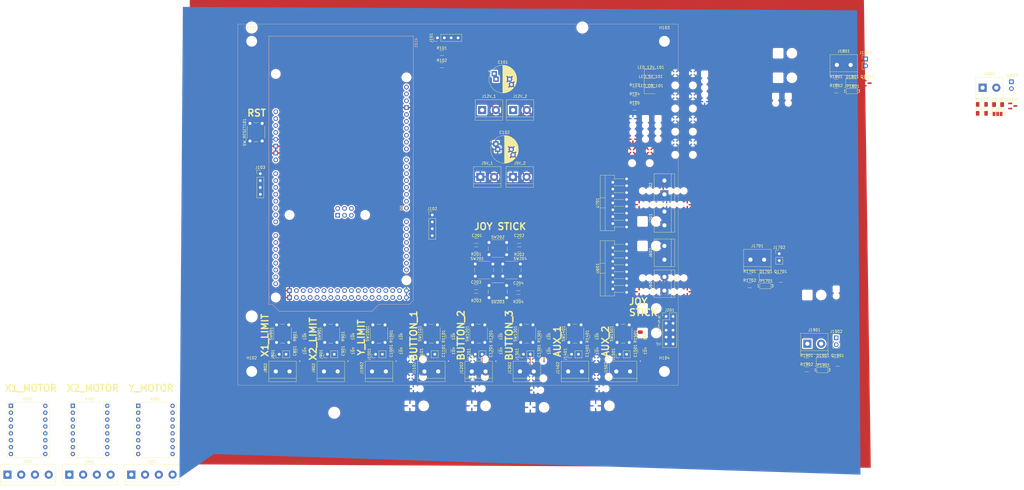
<source format=kicad_pcb>
(kicad_pcb (version 20221018) (generator pcbnew)
  (layers (0 "F.Cu" signal) (31 "B.Cu" signal) (34 "B.Paste" user) (35 "F.Paste" user) (36 "B.SilkS" user "B.Silkscreen") (37 "F.SilkS" user "F.Silkscreen") (38 "B.Mask" user) (39 "F.Mask" user) (44 "Edge.Cuts" user))
  (net 0 "")
  (net 3 "Net-(J103-Pin_1)")
  (net 4 "Net-(J103-Pin_2)")
  (net 5 "Net-(J103-Pin_3)")
  (net 6 "Net-(J103-Pin_4)")
  (net 20 "Net-(A101-D0{slash}RX0)")
  (net 21 "Net-(A101-D1{slash}TX0)")
  (net 22 "/X1_LIMIT")
  (net 23 "/X2_LIMIT")
  (net 24 "/Y_LIMIT")
  (net 25 "/INPUT_BTN_1")
  (net 26 "/INPUT_BTN_2")
  (net 27 "/INPUT_BTN_3")
  (net 28 "/AUX_SW_1")
  (net 29 "/AUX_SW_2")
  (net 33 "/ONBOARD_LED")
  (net 38 "Net-(A101-D18{slash}TX1)")
  (net 39 "Net-(A101-D19{slash}RX1)")
  (net 42 "/control_stick/NORTH_BTN")
  (net 43 "/control_stick/EAST_BTN")
  (net 44 "/control_stick/SOUTH_BTN")
  (net 45 "/control_stick/WEST_BTN")
  (net 46 "/~{X1_EN}")
  (net 47 "/X1_STEP")
  (net 48 "/X1_DIR")
  (net 49 "/~{X2_EN}")
  (net 50 "/X2_STEP")
  (net 51 "/X2_DIR")
  (net 52 "/~{Y_EN}")
  (net 53 "/Y_STEP")
  (net 54 "/Y_DIR")
  (net 55 "/Z_DC_IN1")
  (net 56 "/Z_DC_IN2")
  (net 57 "/Z_DC_IN3")
  (net 58 "/Z_DC_IN4")
  (net 59 "/Z_DC_EN_A")
  (net 60 "/Z_DC_EN_B")
  (net 61 "/CLAW_DC_IN1")
  (net 62 "/CLAW_DC_IN2")
  (net 63 "/CLAW_DC_IN3")
  (net 64 "/CLAW_DC_IN4")
  (net 65 "/CLAW_DC_EN_A")
  (net 66 "/CLAW_DC_EN_B")
  (net 67 "/GENERAL_PWR_EN_0")
  (net 68 "/GENERAL_PWR_EN_1")
  (net 69 "/GENERAL_PWR_EN_2")
  (net 70 "/GENERAL_PWR_EN_3")
  (net 78 "Net-(A101-RESET)")
  (net 81 "I2C_SCL")
  (net 82 "GND")
  (net 83 "I2C_SDA")
  (net 84 "Net-(A301-1B)")
  (net 85 "Net-(A301-1A)")
  (net 86 "Net-(A301-2A)")
  (net 87 "Net-(A301-2B)")
  (net 88 "Net-(A301-~{RESET})")
  (net 89 "Net-(A401-1B)")
  (net 90 "Net-(A401-1A)")
  (net 91 "+12V")
  (net 92 "+5V")
  (net 93 "Net-(A401-2A)")
  (net 94 "Net-(A401-2B)")
  (net 95 "Net-(A401-~{RESET})")
  (net 96 "Net-(A501-1B)")
  (net 97 "Net-(A501-1A)")
  (net 98 "Net-(A501-2A)")
  (net 99 "Net-(A501-2B)")
  (net 100 "Net-(A501-~{RESET})")
  (net 101 "Net-(D1701-K)")
  (net 102 "Net-(D1801-K)")
  (net 103 "Net-(D1901-K)")
  (net 104 "Net-(J601-Pin_1)")
  (net 105 "Net-(J601-Pin_2)")
  (net 106 "Net-(J602-Pin_1)")
  (net 107 "Net-(J602-Pin_2)")
  (net 108 "Net-(J701-Pin_1)")
  (net 109 "Net-(J701-Pin_2)")
  (net 110 "Net-(J702-Pin_1)")
  (net 111 "Net-(J702-Pin_2)")
  (net 112 "Net-(J1601-Pin_1)")
  (net 113 "Net-(J1601-Pin_2)")
  (net 114 "Net-(J1701-Pin_1)")
  (net 115 "Net-(J1701-Pin_2)")
  (net 116 "Net-(J1801-Pin_1)")
  (net 117 "Net-(J1801-Pin_2)")
  (net 118 "Net-(J1901-Pin_1)")
  (net 119 "Net-(J1901-Pin_2)")
  (net 120 "Net-(LED1601-K)")
  (net 121 "Net-(LED_5V_101-A)")
  (net 122 "Net-(LED_12V_101-A)")
  (net 123 "Net-(LED_OB_101-A)")
  (footprint "Capacitor_SMD:C_1206_3216Metric_Pad1.33x1.80mm_HandSolder" (layer "F.Cu") (at 138.7725 121.285)
    (fp_text reference "C203")
    (fp_text value "10n")
  )
  (footprint "TerminalBlock:TerminalBlock_bornier-2_P5.08mm" (layer "F.Cu") (at 140.320533 80.55)
    (fp_text reference "J5V_1")
    (fp_text value "Screw_Terminal_01x02")
  )
  (footprint "MountingHole:MountingHole_4mm" (layer "F.Cu") (at 55.88 30.48)
    (fp_text reference "H101")
    (fp_text value "MountingHole")
  )
  (footprint "Resistor_SMD:R_1206_3216Metric_Pad1.30x1.75mm_HandSolder" (layer "F.Cu") (at 163.83 139.42 90)
    (fp_text reference "R1301")
    (fp_text value "10k")
  )
  (footprint "Resistor_SMD:R_1206_3216Metric_Pad1.30x1.75mm_HandSolder" (layer "F.Cu") (at 146.05 139.42 90)
    (fp_text reference "R1201")
    (fp_text value "10k")
  )
  (footprint "Resistor_SMD:R_1206_3216Metric_Pad1.30x1.75mm_HandSolder" (layer "F.Cu") (at 325.495 57.085)
    (fp_text reference "R1602")
    (fp_text value "10k")
  )
  (footprint "Button_Switch_THT:SW_PUSH_6mm" (layer "F.Cu") (at 65.06 141.68 90)
    (fp_text reference "SW801")
    (fp_text value "SW_Push")
  )
  (footprint "Capacitor_SMD:C_1206_3216Metric_Pad1.33x1.80mm_HandSolder" (layer "F.Cu") (at 181.61 144.78 90)
    (fp_text reference "C1401")
    (fp_text value "10n")
  )
  (footprint "Jumper:SolderJumper-3_P1.3mm_Open_Pad1.0x1.5mm_NumberLabels" (layer "F.Cu") (at 245.57 120.815)
    (fp_text reference "JP1701")
    (fp_text value "SolderJumper_3_Open")
  )
  (footprint "Button_Switch_THT:SW_PUSH_6mm" (layer "F.Cu") (at 100.62 141.68 90)
    (fp_text reference "SW1001")
    (fp_text value "SW_Push")
  )
  (footprint "Resistor_SMD:R_1206_3216Metric_Pad1.30x1.75mm_HandSolder" (layer "F.Cu") (at 181.61 139.42 90)
    (fp_text reference "R1401")
    (fp_text value "10k")
  )
  (footprint "LED_SMD:LED_1206_3216Metric_Pad1.42x1.75mm_HandSolder" (layer "F.Cu") (at 203.275 45.33)
    (fp_text reference "LED_5V_101")
    (fp_text value "LED")
  )
  (footprint "Capacitor_SMD:C_1206_3216Metric_Pad1.33x1.80mm_HandSolder" (layer "F.Cu") (at 199.39 144.78 90)
    (fp_text reference "C1501")
    (fp_text value "10n")
  )
  (footprint "Connector_PinHeader_2.54mm:PinHeader_1x02_P2.54mm_Vertical" (layer "F.Cu") (at 271.71 139.96)
    (fp_text reference "J1902")
    (fp_text value "Conn_01x02")
  )
  (footprint "TerminalBlock:TerminalBlock_bornier-2_P5.08mm" (layer "F.Cu") (at 100.33 152.4)
    (fp_text reference "J1002")
    (fp_text value "Screw_Terminal_01x02" hide)
  )
  (footprint "Connector_PinHeader_2.54mm:PinHeader_1x02_P2.54mm_Vertical" (layer "F.Cu") (at 101.6 146.05 90)
    (fp_text reference "J1001")
    (fp_text value "Conn_01x02" hide)
  )
  (footprint "Connector_PinHeader_2.54mm:PinHeader_1x04_P2.54mm_Vertical" (layer "F.Cu") (at 122.555 94.625)
    (fp_text reference "J102")
    (fp_text value "Conn_01x04")
  )
  (footprint "TerminalBlock:TerminalBlock_bornier-2_P5.08mm" (layer "F.Cu") (at 240.03 111.125)
    (fp_text reference "J1701")
    (fp_text value "Screw_Terminal_01x02")
  )
  (footprint "Package_TO_SOT_SMD:SOT-23" (layer "F.Cu") (at 272.22 148.91)
    (fp_text reference "Q1901")
    (fp_text value "AO3400A")
  )
  (footprint "Jumper:SolderJumper-3_P1.3mm_Open_Pad1.0x1.5mm_NumberLabels" (layer "F.Cu") (at 266.61 151.85)
    (fp_text reference "JP1901")
    (fp_text value "SolderJumper_3_Open")
  )
  (footprint "Package_TO_SOT_SMD:SOT-23" (layer "F.Cu") (at 283.105 45.955)
    (fp_text reference "Q1801")
    (fp_text value "AO3400A")
  )
  (footprint "TerminalBlock:TerminalBlock_bornier-2_P5.08mm" (layer "F.Cu") (at 137.16 152.4)
    (fp_text reference "J1202")
    (fp_text value "Screw_Terminal_01x02" hide)
  )
  (footprint "Connector_PinHeader_2.54mm:PinHeader_1x02_P2.54mm_Vertical" (layer "F.Cu") (at 250.67 108.925)
    (fp_text reference "J1702")
    (fp_text value "Conn_01x02")
  )
  (footprint "TerminalBlock:TerminalBlock_bornier-2_P5.08mm" (layer "F.Cu") (at 271.955 39.205)
    (fp_text reference "J1801")
    (fp_text value "Screw_Terminal_01x02")
  )
  (footprint "Resistor_SMD:R_1206_3216Metric_Pad1.30x1.75mm_HandSolder" (layer "F.Cu") (at 91.44 139.42 90)
    (fp_text reference "R901")
    (fp_text value "10k")
  )
  (footprint "TerminalBlock:TerminalBlock_bornier-2_P5.08mm" (layer "F.Cu") (at 325.755 47.625)
    (fp_text reference "J1601")
    (fp_text value "Screw_Terminal_01x02")
  )
  (footprint "Connector_PinHeader_2.54mm:PinHeader_1x02_P2.54mm_Vertical" (layer "F.Cu") (at 138.43 146.05 90)
    (fp_text reference "J1201")
    (fp_text value "Conn_01x02" hide)
  )
  (footprint "Resistor_SMD:R_1206_3216Metric_Pad1.30x1.75mm_HandSolder" (layer "F.Cu") (at 239.77 117.295)
    (fp_text reference "R1701")
    (fp_text value "2k2")
  )
  (footprint "Button_Switch_THT:SW_PUSH_6mm" (layer "F.Cu") (at 55.245 67.31 90)
    (fp_text reference "SW_RESET101")
    (fp_text value "SW_Push")
  )
  (footprint "TerminalBlock:TerminalBlock_bornier-4_P5.08mm" (layer "F.Cu") (at -11.44 190.5)
    (fp_text reference "J401")
    (fp_text value "Screw_Terminal_01x04")
  )
  (footprint "Connector_PinHeader_2.54mm:PinHeader_1x04_P2.54mm_Vertical" (layer "F.Cu") (at 59.055 79.375)
    (fp_text reference "J103")
    (fp_text value "Conn_01x04")
  )
  (footprint "TerminalBlock:TerminalBlock_bornier-2_P5.08mm" (layer "F.Cu") (at 208.28 98.425 90)
    (fp_text reference "J701")
    (fp_text value "Screw_Terminal_01x02")
  )
  (footprint "TerminalBlock:TerminalBlock_bornier-2_P5.08mm" (layer "F.Cu") (at 152.320533 80.55)
    (fp_text reference "J5V_2")
    (fp_text value "Screw_Terminal_01x02")
  )
  (footprint "Resistor_SMD:R_1206_3216Metric_Pad1.30x1.75mm_HandSolder" (layer "F.Cu") (at 154.38 124.86 180)
    (fp_text reference "R204")
    (fp_text value "10k")
  )
  (footprint "TerminalBlock:TerminalBlock_bornier-2_P5.08mm" (layer "F.Cu") (at 261.07 142.16)
    (fp_text reference "J1901")
    (fp_text value "Screw_Terminal_01x02")
  )
  (footprint "Package_TO_SOT_SMD:SOT-23" (layer "F.Cu") (at 251.18 117.875)
    (fp_text reference "Q1701")
    (fp_text value "AO3400A")
  )
  (footprint "TerminalBlock:TerminalBlock_bornier-2_P5.08mm" (layer "F.Cu") (at 82.55 152.4)
    (fp_text reference "J902")
    (fp_text value "Screw_Terminal_01x02" hide)
  )
  (footprint "Button_Switch_THT:SW_PUSH_6mm" (layer "F.Cu") (at 137.45 141.68 90)
    (fp_text reference "SW1201")
    (fp_text value "SW_Push")
  )
  (footprint "LED_SMD:LED_1206_3216Metric_Pad1.42x1.75mm_HandSolder" (layer "F.Cu") (at 203.275 48.72)
    (fp_text reference "LED_OB_101")
    (fp_text value "LED")
  )
  (footprint "Package_TO_SOT_THT:TO-220-15_P2.54x2.54mm_StaggerOdd_Lead4.58mm_Vertical" (layer "F.Cu") (at 194.31 123.195 90)
    (fp_text reference "U601")
    (fp_text value "L298N")
  )
  (footprint "Resistor_SMD:R_1206_3216Metric_Pad1.30x1.75mm_HandSolder" (layer "F.Cu") (at 260.81 148.33)
    (fp_text reference "R1901")
    (fp_text value "2k2")
  )
  (footprint "Module:Pololu_Breakout-16_15.2x20.3mm" (layer "F.Cu") (at -10.16 165.1)
    (fp_text reference "A401")
    (fp_text value "Pololu_Breakout_A4988")
  )
  (footprint "Button_Switch_THT:SW_PUSH_6mm" (layer "F.Cu") (at 190.79 141.68 90)
    (fp_text reference "SW1501")
    (fp_text value "SW_Push")
  )
  (footprint "TerminalBlock:TerminalBlock_bornier-2_P5.08mm" (layer "F.Cu") (at 172.72 152.4)
    (fp_text reference "J1402")
    (fp_text value "Screw_Terminal_01x02" hide)
  )
  (footprint "Resistor_SMD:R_1206_3216Metric_Pad1.30x1.75mm_HandSolder" (layer "F.Cu") (at 197.28 55.05)
    (fp_text reference "R105")
    (fp_text value "10k")
  )
  (footprint "Resistor_SMD:R_1206_3216Metric_Pad1.30x1.75mm_HandSolder" (layer "F.Cu") (at 325.495 53.795)
    (fp_text reference "R1601")
    (fp_text value "2k2")
  )
  (footprint "Resistor_SMD:R_1206_3216Metric_Pad1.30x1.75mm_HandSolder" (layer "F.Cu") (at 239.77 120.585)
    (fp_text reference "R1702")
    (fp_text value "10k")
  )
  (footprint "Resistor_SMD:R_1206_3216Metric_Pad1.30x1.75mm_HandSolder" (layer "F.Cu") (at 126.085 34.81)
    (fp_text reference "R101")
    (fp_text value "3k3")
  )
  (footprint "MountingHole:MountingHole_4mm" (layer "F.Cu") (at 55.88 152.4)
    (fp_text reference "H102")
    (fp_text value "MountingHole")
  )
  (footprint "MountingHole:MountingHole_4mm" (layer "F.Cu") (at 208.28 152.4)
    (fp_text reference "H104")
    (fp_text value "MountingHole")
  )
  (footprint "Resistor_SMD:R_1206_3216Metric_Pad1.30x1.75mm_HandSolder" (layer "F.Cu") (at 271.695 48.665)
    (fp_text reference "R1802")
    (fp_text value "10k")
  )
  (footprint "Button_Switch_THT:SW_PUSH_6mm" (layer "F.Cu") (at 119.96 141.68 90)
    (fp_text reference "SW1101")
    (fp_text value "SW_Push")
  )
  (footprint "TerminalBlock:TerminalBlock_bornier-2_P5.08mm" (layer "F.Cu") (at 190.5 152.4)
    (fp_text reference "J1502")
    (fp_text value "Screw_Terminal_01x02" hide)
  )
  (footprint "Capacitor_THT:CP_Radial_D10.0mm_P5.00mm_P7.50mm" (layer "F.Cu") (at 146.727856 70.39)
    (fp_text reference "C102")
    (fp_text value "100u")
  )
  (footprint "Resistor_SMD:R_1206_3216Metric_Pad1.30x1.75mm_HandSolder" (layer "F.Cu") (at 138.785 124.46 180)
    (fp_text reference "R203")
    (fp_text value "10k")
  )
  (footprint "Connector_PinHeader_2.54mm:PinHeader_1x02_P2.54mm_Vertical" (layer "F.Cu") (at 282.595 37.005)
    (fp_text reference "J1802")
    (fp_text value "Conn_01x02")
  )
  (footprint "LED_SMD:LED_1206_3216Metric_Pad1.42x1.75mm_HandSolder" (layer "F.Cu") (at 331.49 53.845)
    (fp_text reference "LED1601")
    (fp_text value "LED")
  )
  (footprint "TerminalBlock:TerminalBlock_bornier-2_P5.08mm" (layer "F.Cu") (at 208.28 111.125 90)
    (fp_text reference "J602")
    (fp_text value "Screw_Terminal_01x02")
  )
  (footprint "TerminalBlock:TerminalBlock_bornier-4_P5.08mm" (layer "F.Cu") (at 11.43 190.5)
    (fp_text reference "J301")
    (fp_text value "Screw_Terminal_01x04")
  )
  (footprint "Connector_PinHeader_2.54mm:PinHeader_2x05_P2.54mm_Vertical" (layer "F.Cu") (at 208.915 132.08)
    (fp_text reference "J201")
    (fp_text value "Conn_02x05_Odd_Even")
  )
  (footprint "PCM_arduino-library:Arduino_Mega2560_R3_Shield" (layer "F.Cu") (at 62.23 28.57 -90)
    (fp_text reference "A101")
    (fp_text value "Arduino_Mega2560_R3_Shield")
  )
  (footprint "TerminalBlock:TerminalBlock_bornier-2_P5.08mm" (layer "F.Cu") (at 64.77 152.4)
    (fp_text reference "J802")
    (fp_text value "Screw_Terminal_01x02" hide)
  )
  (footprint "Resistor_SMD:R_1206_3216Metric_Pad1.30x1.75mm_HandSolder" (layer "F.Cu") (at 73.66 139.42 90)
    (fp_text reference "R801")
    (fp_text value "10k")
  )
  (footprint "Capacitor_THT:CP_Radial_D10.0mm_P5.00mm_P7.50mm" (layer "F.Cu") (at 146.107323 44.45)
    (fp_text reference "C101")
    (fp_text value "100u")
  )
  (footprint "Button_Switch_THT:SW_PUSH_6mm" (layer "F.Cu") (at 82.84 141.68 90)
    (fp_text reference "SW901")
    (fp_text value "SW_Push")
  )
  (footprint "Button_Switch_THT:SW_PUSH_6mm" (layer "F.Cu") (at 155.23 141.68 90)
    (fp_text reference "SW1301")
    (fp_text value "SW_Push")
  )
  (footprint "Button_Switch_THT:SW_PUSH_6mm" (layer "F.Cu") (at 143.51 104.775)
    (fp_text reference "SW202")
    (fp_text value "SW_Push")
  )
  (footprint "Package_TO_SOT_SMD:SOT-23" (layer "F.Cu") (at 336.905 54.375)
    (fp_text reference "Q1601")
    (fp_text value "AO3400A")
  )
  (footprint "TerminalBlock:TerminalBlock_bornier-2_P5.08mm" (layer "F.Cu") (at 208.28 122.555 90)
    (fp_text reference "J601")
    (fp_text value "Screw_Terminal_01x02")
  )
  (footprint "Capacitor_SMD:C_1206_3216Metric_Pad1.33x1.80mm_HandSolder" (layer "F.Cu") (at 109.22 144.78 90)
    (fp_text reference "C1001")
    (fp_text value "10n")
  )
  (footprint "LED_SMD:LED_1206_3216Metric_Pad1.42x1.75mm_HandSolder" (layer "F.Cu") (at 203.275 41.94)
    (fp_text reference "LED_12V_101")
    (fp_text value "LED")
  )
  (footprint "Jumper:SolderJumper-3_P1.3mm_Open_Pad1.0x1.5mm_NumberLabels" (layer "F.Cu") (at 331.295 57.315)
    (fp_text reference "JP1601")
    (fp_text value "SolderJumper_3_Open")
  )
  (footprint "Resistor_SMD:R_1206_3216Metric_Pad1.30x1.75mm_HandSolder" (layer "F.Cu") (at 199.39 139.42 90)
    (fp_text reference "R1501")
    (fp_text value "10k")
  )
  (footprint "Connector_PinHeader_2.54mm:PinHeader_1x02_P2.54mm_Vertical" (layer "F.Cu") (at 66.04 146.05 90)
    (fp_text reference "J801")
    (fp_text value "Conn_01x02" hide)
  )
  (footprint "LED_SMD:LED_1206_3216Metric_Pad1.42x1.75mm_HandSolder" (layer "F.Cu") (at 277.69 45.425)
    (fp_text reference "D1801")
    (fp_text value "LED")
  )
  (footprint "Resistor_SMD:R_1206_3216Metric_Pad1.30x1.75mm_HandSolder" (layer "F.Cu") (at 109.22 139.42 90)
    (fp_text reference "R1001")
    (fp_text value "10k")
  )
  (footprint "Capacitor_SMD:C_1206_3216Metric_Pad1.33x1.80mm_HandSolder" (layer "F.Cu") (at 154.38 121.63)
    (fp_text reference "C204")
    (fp_text value "10n")
  )
  (footprint "Capacitor_SMD:C_1206_3216Metric_Pad1.33x1.80mm_HandSolder" (layer "F.Cu") (at 163.83 144.78 90)
    (fp_text reference "C1301")
    (fp_text value "10n")
  )
  (footprint "Connector_PinHeader_2.54mm:PinHeader_1x02_P2.54mm_Vertical" (layer "F.Cu") (at 156.21 146.05 90)
    (fp_text reference "J1301")
    (fp_text value "Conn_01x02" hide)
  )
  (footprint "Capacitor_SMD:C_1206_3216Metric_Pad1.33x1.80mm_HandSolder" (layer "F.Cu") (at 154.6475 104.14 180)
    (fp_text reference "C202")
    (fp_text value "10n")
  )
  (footprint "Connector_PinHeader_2.54mm:PinHeader_1x04_P2.54mm_Vertical" (layer "F.Cu") (at 124.47 29.21 90)
    (fp_text reference "J101")
    (fp_text value "Conn_01x04")
  )
  (footprint "Connector_PinHeader_2.54mm:PinHeader_1x02_P2.54mm_Vertical" (layer "F.Cu") (at 336.395 45.425)
    (fp_text reference "J1602")
    (fp_text value "Conn_01x02")
  )
  (footprint "Capacitor_SMD:C_1206_3216Metric_Pad1.33x1.80mm_HandSolder" (layer "F.Cu") (at 73.66 144.78 90)
    (fp_text reference "C801")
    (fp_text value "10n")
  )
  (footprint "Resistor_SMD:R_1206_3216Metric_Pad1.30x1.75mm_HandSolder" (layer "F.Cu") (at 154.66 107.315)
    (fp_text reference "R202")
    (fp_text value "10k")
  )
  (footprint "Capacitor_SMD:C_1206_3216Metric_Pad1.33x1.80mm_HandSolder" (layer "F.Cu") (at 146.05 144.78 90)
    (fp_text reference "C1201")
    (fp_text value "10n")
  )
  (footprint "Resistor_SMD:R_1206_3216Metric_Pad1.30x1.75mm_HandSolder" (layer "F.Cu") (at 197.28 51.76)
    (fp_text reference "R104")
    (fp_text value "2k2")
  )
  (footprint "Capacitor_SMD:C_1206_3216Metric_Pad1.33x1.80mm_HandSolder" (layer "F.Cu") (at 128.56 144.78 90)
    (fp_text reference "C1101")
    (fp_text value "10n")
  )
  (footprint "Connector_PinHeader_2.54mm:PinHeader_1x02_P2.54mm_Vertical" (layer "F.Cu") (at 120.94 146.05 90)
    (fp_text reference "J1101")
    (fp_text value "Conn_01x02" hide)
  )
  (footprint "TerminalBlock:TerminalBlock_bornier-2_P5.08mm" (layer "F.Cu") (at 119.67 152.4)
    (fp_text reference "J1102")
    (fp_text value "Screw_Terminal_01x02" hide)
  )
  (footprint "TerminalBlock:TerminalBlock_bornier-4_P5.08mm" (layer "F.Cu") (at -34.3 190.5)
    (fp_text reference "J501")
    (fp_text value "Screw_Terminal_01x04")
  )
  (footprint "LED_SMD:LED_1206_3216Metric_Pad1.42x1.75mm_HandSolder" (layer "F.Cu") (at 245.765 117.345)
    (fp_text reference "D1701")
    (fp_text value "LED")
  )
  (footprint "Connector_PinHeader_2.54mm:PinHeader_1x02_P2.54mm_Vertical" (layer "F.Cu") (at 173.99 146.05 90)
    (fp_text reference "J1401")
    (fp_text value "Conn_01x02" hide)
  )
  (footprint "MountingHole:MountingHole_4mm" (layer "F.Cu") (at 208.28 30.48)
    (fp_text reference "H103")
    (fp_text value "MountingHole")
  )
  (footprint "Button_Switch_THT:SW_PUSH_6mm" (layer "F.Cu") (at 173.01 141.68 90)
    (fp_text reference "SW1401")
    (fp_text value "SW_Push")
  )
  (footprint "Resistor_SMD:R_1206_3216Metric_Pad1.30x1.75mm_HandSolder" (layer "F.Cu") (at 197.28 48.47)
    (fp_text reference "R103")
    (fp_text value "2k2")
  )
  (footprint "Resistor_SMD:R_1206_3216Metric_Pad1.30x1.75mm_HandSolder" (layer "F.Cu") (at 260.81 151.62)
    (fp_text reference "R1902")
    (fp_text value "10k")
  )
  (footprint "TerminalBlock:TerminalBlock_bornier-2_P5.08mm" (layer "F.Cu") (at 140.97 55.88)
    (fp_text reference "J12V_1")
    (fp_text value "Screw_Terminal_01x02")
  )
  (footprint "Connector_PinHeader_2.54mm:PinHeader_1x02_P2.54mm_Vertical" (layer "F.Cu") (at 83.82 146.05 90)
    (fp_text reference "J901")
    (fp_text value "Conn_01x02" hide)
  )
  (footprint "Module:Pololu_Breakout-16_15.2x20.3mm" (layer "F.Cu") (at 13.97 165.1)
    (fp_text reference "A301")
    (fp_text value "Pololu_Breakout_A4988")
  )
  (footprint "Capacitor_SMD:C_1206_3216Metric_Pad1.33x1.80mm_HandSolder" (layer "F.Cu") (at 91.44 144.78 90)
    (fp_text reference "C901")
    (fp_text value "10n")
  )
  (footprint "TerminalBlock:TerminalBlock_bornier-2_P5.08mm" (layer "F.Cu") (at 152.4 55.88)
    (fp_text reference "J12V_2")
    (fp_text value "Screw_Terminal_01x02")
  )
  (footprint "TerminalBlock:TerminalBlock_bornier-2_P5.08mm" (layer "F.Cu") (at 208.28 86.995 90)
    (fp_text reference "J702")
    (fp_text value "Screw_Terminal_01x02")
  )
  (footprint "Resistor_SMD:R_1206_3216Metric_Pad1.30x1.75mm_HandSolder" (layer "F.Cu") (at 271.695 45.375)
    (fp_text reference "R1801")
    (fp_text value "2k2")
  )
  (footprint "Capacitor_SMD:C_1206_3216Metric_Pad1.33x1.80mm_HandSolder" (layer "F.Cu") (at 138.7725 104.14)
    (fp_text reference "C201")
    (fp_text value "10n")
  )
  (footprint "Button_Switch_THT:SW_PUSH_6mm" (layer "F.Cu") (at 138.43 112.74)
    (fp_text reference "SW201")
    (fp_text value "SW_Push")
  )
  (footprint "Package_TO_SOT_THT:TO-220-15_P2.54x2.54mm_StaggerOdd_Lead4.58mm_Vertical" (layer "F.Cu") (at 194.31 99.06 90)
    (fp_text reference "U701")
    (fp_text value "L298N")
  )
  (footprint "LED_SMD:LED_1206_3216Metric_Pad1.42x1.75mm_HandSolder" (layer "F.Cu") (at 266.805 148.38)
    (fp_text reference "D1901")
    (fp_text value "LED")
  )
  (footprint "Resistor_SMD:R_1206_3216Metric_Pad1.30x1.75mm_HandSolder" (layer "F.Cu") (at 128.56 139.42 90)
    (fp_text reference "R1101")
    (fp_text value "10k")
  )
  (footprint "Button_Switch_THT:SW_PUSH_6mm" (layer "F.Cu") (at 143.51 120.65)
    (fp_text reference "SW203")
    (fp_text value "SW_Push")
  )
  (footprint "Connector_PinHeader_2.54mm:PinHeader_1x02_P2.54mm_Vertical" (layer "F.Cu") (at 191.77 146.05 90)
    (fp_text reference "J1501")
    (fp_text value "Conn_01x02" hide)
  )
  (footprint "Button_Switch_THT:SW_PUSH_6mm" (layer "F.Cu") (at 148.59 112.74)
    (fp_text reference "SW204")
    (fp_text value "SW_Push")
  )
  (footprint "Jumper:SolderJumper-3_P1.3mm_Open_Pad1.0x1.5mm_NumberLabels" (layer "F.Cu") (at 277.495 48.895)
    (fp_text reference "JP1801")
    (fp_text value "SolderJumper_3_Open")
  )
  (footprint "Resistor_SMD:R_1206_3216Metric_Pad1.30x1.75mm_HandSolder" (layer "F.Cu") (at 126.085 39.37)
    (fp_text reference "R102")
    (fp_text value "3k3")
  )
  (footprint "Resistor_SMD:R_1206_3216Metric_Pad1.30x1.75mm_HandSolder" (layer "F.Cu") (at 138.785 107.315 180)
    (fp_text reference "R201")
    (fp_text value "10k")
  )
  (footprint "TerminalBlock:TerminalBlock_bornier-2_P5.08mm" (layer "F.Cu") (at 154.94 152.4)
    (fp_text reference "J1302")
    (fp_text value "Screw_Terminal_01x02" hide)
  )
  (footprint "Module:Pololu_Breakout-16_15.2x20.3mm" (layer "F.Cu") (at -33.02 165.1)
    (fp_text reference "A501")
    (fp_text value "Pololu_Breakout_A4988")
  )
  (gr_rect (start 50.8 24.13) (end 213.36 157.48) (stroke (width 0.1)) (fill none) (layer "Edge.Cuts"))
  (gr_text "AUX_1" (at 170.18 147.32 90) (layer "F.SilkS") (effects (font (size 2.5 2.5) (thickness 0.5) bold) (justify left bottom)))
  (gr_text "AUX_2" (at 187.96 147.32 90) (layer "F.SilkS") (effects (font (size 2.5 2.5) (thickness 0.5) bold) (justify left bottom)))
  (gr_text "X2_LIMIT" (at 80.01 148.59 90) (layer "F.SilkS") (effects (font (size 2.5 2.5) (thickness 0.5) bold) (justify left bottom)))
  (gr_text "Y_LIMIT" (at 97.79 146.76 90) (layer "F.SilkS") (effects (font (size 2.5 2.5) (thickness 0.5) bold) (justify left bottom)))
  (gr_text "Y_MOTOR" (at 10.16 160.02) (layer "F.SilkS") (effects (font (size 2.5 2.5) (thickness 0.5) bold) (justify left bottom)))
  (gr_text "X2_MOTOR" (at -12.7 160.02) (layer "F.SilkS") (effects (font (size 2.5 2.5) (thickness 0.5) bold) (justify left bottom)))
  (gr_text "BUTTON_2" (at 134.62 148.59 90) (layer "F.SilkS") (effects (font (size 2.5 2.5) (thickness 0.5) bold) (justify left bottom)))
  (gr_text "BUTTON_1" (at 117.13 148.725 90) (layer "F.SilkS") (effects (font (size 2.5 2.5) (thickness 0.5) bold) (justify left bottom)))
  (gr_text "BUTTON_3" (at 152.4 148.59 90) (layer "F.SilkS") (effects (font (size 2.5 2.5) (thickness 0.5) bold) (justify left bottom)))
  (gr_text "JOY\nSTICK" (at 194.945 132.08) (layer "F.SilkS") (effects (font (size 2.5 2.5) (thickness 0.5) bold) (justify left bottom)))
  (gr_text "JOY STICK" (at 137.795 100.33) (layer "F.SilkS") (effects (font (size 2.5 2.5) (thickness 0.5) bold) (justify left bottom)))
  (gr_text "N\nS\nE\nW" (at 205.74 137.795) (layer "F.SilkS") (effects (font (size 1 1)) (justify left bottom)))
  (gr_text "RST" (at 53.975 58.42) (layer "F.SilkS") (effects (font (size 2.5 2.5) (thickness 0.5) bold) (justify left bottom)))
  (gr_text "X1_MOTOR" (at -35.56 160.02) (layer "F.SilkS") (effects (font (size 2.5 2.5) (thickness 0.5) bold) (justify left bottom)))
  (gr_text "X1_LIMIT" (at 62.23 147.32 90) (layer "F.SilkS") (effects (font (size 2.5 2.5) (thickness 0.5) bold) (justify left bottom)))
  (gr_text "5V" (at 205.105 142.875) (layer "Edge.Cuts") (effects (font (size 1 1)) (justify left bottom)))
  (segment (start 69.56 145.07) (end 69.56 141.68) (width 0.25) (layer "F.Cu") (net 22))
  (segment (start 72.95 141.68) (end 69.56 141.68) (width 0.25) (layer "F.Cu") (net 22))
  (segment (start 68.58 151.13) (end 68.58 146.05) (width 0.25) (layer "F.Cu") (net 22))
  (segment (start 69.56 141.68) (end 69.56 135.18) (width 0.25) (layer "F.Cu") (net 22))
  (segment (start 73.66 140.97) (end 72.95 141.68) (width 0.25) (layer "F.Cu") (net 22))
  (segment (start 71.0975 143.2175) (end 73.66 143.2175) (width 0.25) (layer "F.Cu") (net 22))
  (segment (start 69.85 152.4) (end 68.58 151.13) (width 0.25) (layer "F.Cu") (net 22))
  (segment (start 69.56 141.68) (end 71.0975 143.2175) (width 0.25) (layer "F.Cu") (net 22))
  (segment (start 68.58 146.05) (end 69.56 145.07) (width 0.25) (layer "F.Cu") (net 22))
  (segment (start 86.36 151.13) (end 86.36 146.05) (width 0.25) (layer "F.Cu") (net 23))
  (segment (start 87.34 145.07) (end 87.34 141.68) (width 0.25) (layer "F.Cu") (net 23))
  (segment (start 88.8775 143.2175) (end 91.44 143.2175) (width 0.25) (layer "F.Cu") (net 23))
  (segment (start 87.34 141.68) (end 87.34 135.18) (width 0.25) (layer "F.Cu") (net 23))
  (segment (start 86.36 146.05) (end 87.34 145.07) (width 0.25) (layer "F.Cu") (net 23))
  (segment (start 87.63 152.4) (end 86.36 151.13) (width 0.25) (layer "F.Cu") (net 23))
  (segment (start 91.44 140.97) (end 90.73 141.68) (width 0.25) (layer "F.Cu") (net 23))
  (segment (start 90.73 141.68) (end 87.34 141.68) (width 0.25) (layer "F.Cu") (net 23))
  (segment (start 87.34 141.68) (end 88.8775 143.2175) (width 0.25) (layer "F.Cu") (net 23))
  (segment (start 105.12 145.07) (end 105.12 141.68) (width 0.25) (layer "F.Cu") (net 24))
  (segment (start 105.12 141.68) (end 106.6575 143.2175) (width 0.25) (layer "F.Cu") (net 24))
  (segment (start 105.12 141.68) (end 105.12 135.18) (width 0.25) (layer "F.Cu") (net 24))
  (segment (start 106.6575 143.2175) (end 109.22 143.2175) (width 0.25) (layer "F.Cu") (net 24))
  (segment (start 108.51 141.68) (end 105.12 141.68) (width 0.25) (layer "F.Cu") (net 24))
  (segment (start 109.22 140.97) (end 108.51 141.68) (width 0.25) (layer "F.Cu") (net 24))
  (segment (start 105.41 152.4) (end 104.14 151.13) (width 0.25) (layer "F.Cu") (net 24))
  (segment (start 104.14 146.05) (end 105.12 145.07) (width 0.25) (layer "F.Cu") (net 24))
  (segment (start 104.14 151.13) (end 104.14 146.05) (width 0.25) (layer "F.Cu") (net 24))
  (segment (start 127.85 141.68) (end 124.46 141.68) (width 0.25) (layer "F.Cu") (net 25))
  (segment (start 123.48 146.05) (end 124.46 145.07) (width 0.25) (layer "F.Cu") (net 25))
  (segment (start 125.9975 143.2175) (end 128.56 143.2175) (width 0.25) (layer "F.Cu") (net 25))
  (segment (start 124.46 141.68) (end 124.46 135.18) (width 0.25) (layer "F.Cu") (net 25))
  (segment (start 124.75 152.4) (end 123.48 151.13) (width 0.25) (layer "F.Cu") (net 25))
  (segment (start 123.48 151.13) (end 123.48 146.05) (width 0.25) (layer "F.Cu") (net 25))
  (segment (start 128.56 140.97) (end 127.85 141.68) (width 0.25) (layer "F.Cu") (net 25))
  (segment (start 124.46 145.07) (end 124.46 141.68) (width 0.25) (layer "F.Cu") (net 25))
  (segment (start 124.46 141.68) (end 125.9975 143.2175) (width 0.25) (layer "F.Cu") (net 25))
  (segment (start 145.34 141.68) (end 141.95 141.68) (width 0.25) (layer "F.Cu") (net 26))
  (segment (start 143.4875 143.2175) (end 146.05 143.2175) (width 0.25) (layer "F.Cu") (net 26))
  (segment (start 141.95 141.68) (end 143.4875 143.2175) (width 0.25) (layer "F.Cu") (net 26))
  (segment (start 140.97 146.05) (end 141.95 145.07) (width 0.25) (layer "F.Cu") (net 26))
  (segment (start 142.24 152.4) (end 140.97 151.13) (width 0.25) (layer "F.Cu") (net 26))
  (segment (start 141.95 145.07) (end 141.95 141.68) (width 0.25) (layer "F.Cu") (net 26))
  (segment (start 140.97 151.13) (end 140.97 146.05) (width 0.25) (layer "F.Cu") (net 26))
  (segment (start 141.95 141.68) (end 141.95 135.18) (width 0.25) (layer "F.Cu") (net 26))
  (segment (start 146.05 140.97) (end 145.34 141.68) (width 0.25) (layer "F.Cu") (net 26))
  (segment (start 159.73 145.07) (end 159.73 141.68) (width 0.25) (layer "F.Cu") (net 27))
  (segment (start 160.02 152.4) (end 158.75 151.13) (width 0.25) (layer "F.Cu") (net 27))
  (segment (start 158.75 146.05) (end 159.73 145.07) (width 0.25) (layer "F.Cu") (net 27))
  (segment (start 161.2675 143.2175) (end 163.83 143.2175) (width 0.25) (layer "F.Cu") (net 27))
  (segment (start 159.73 141.68) (end 161.2675 143.2175) (width 0.25) (layer "F.Cu") (net 27))
  (segment (start 159.73 141.68) (end 159.73 135.18) (width 0.25) (layer "F.Cu") (net 27))
  (segment (start 163.83 140.97) (end 163.12 141.68) (width 0.25) (layer "F.Cu") (net 27))
  (segment (start 158.75 151.13) (end 158.75 146.05) (width 0.25) (layer "F.Cu") (net 27))
  (segment (start 163.12 141.68) (end 159.73 141.68) (width 0.25) (layer "F.Cu") (net 27))
  (segment (start 177.8 152.4) (end 176.53 151.13) (width 0.25) (layer "F.Cu") (net 28))
  (segment (start 179.0475 143.2175) (end 181.61 143.2175) (width 0.25) (layer "F.Cu") (net 28))
  (segment (start 180.9 141.68) (end 177.51 141.68) (width 0.25) (layer "F.Cu") (net 28))
  (segment (start 181.61 140.97) (end 180.9 141.68) (width 0.25) (layer "F.Cu") (net 28))
  (segment (start 177.51 145.07) (end 177.51 141.68) (width 0.25) (layer "F.Cu") (net 28))
  (segment (start 176.53 151.13) (end 176.53 146.05) (width 0.25) (layer "F.Cu") (net 28))
  (segment (start 176.53 146.05) (end 177.51 145.07) (width 0.25) (layer "F.Cu") (net 28))
  (segment (start 177.51 141.68) (end 179.0475 143.2175) (width 0.25) (layer "F.Cu") (net 28))
  (segment (start 177.51 141.68) (end 177.51 135.18) (width 0.25) (layer "F.Cu") (net 28))
  (segment (start 196.8275 143.2175) (end 199.39 143.2175) (width 0.25) (layer "F.Cu") (net 29))
  (segment (start 195.29 145.07) (end 195.29 141.68) (width 0.25) (layer "F.Cu") (net 29))
  (segment (start 195.58 152.4) (end 194.31 151.13) (width 0.25) (layer "F.Cu") (net 29))
  (segment (start 199.39 140.97) (end 198.68 141.68) (width 0.25) (layer "F.Cu") (net 29))
  (segment (start 198.68 141.68) (end 195.29 141.68) (width 0.25) (layer "F.Cu") (net 29))
  (segment (start 194.31 146.05) (end 195.29 145.07) (width 0.25) (layer "F.Cu") (net 29))
  (segment (start 194.31 151.13) (end 194.31 146.05) (width 0.25) (layer "F.Cu") (net 29))
  (segment (start 195.29 141.68) (end 196.8275 143.2175) (width 0.25) (layer "F.Cu") (net 29))
  (segment (start 195.29 141.68) (end 195.29 135.18) (width 0.25) (layer "F.Cu") (net 29))
  (segment (start 163.83 146.3425) (end 163.83 148.59) (width 0.25) (layer "F.Cu") (net 92))
  (segment (start 199.39 146.3425) (end 199.39 148.59) (width 0.25) (layer "F.Cu") (net 92))
  (segment (start 146.05 146.3425) (end 146.05 148.59) (width 0.25) (layer "F.Cu") (net 92))
  (segment (start 73.66 146.3425) (end 73.66 148.59) (width 0.25) (layer "F.Cu") (net 92))
  (segment (start 109.22 146.3425) (end 109.22 148.59) (width 0.25) (layer "F.Cu") (net 92))
  (segment (start 91.44 146.3425) (end 91.44 148.59) (width 0.25) (layer "F.Cu") (net 92))
  (segment (start 181.61 146.3425) (end 181.61 148.59) (width 0.25) (layer "F.Cu") (net 92))
  (segment (start 128.56 146.3425) (end 128.56 148.59) (width 0.25) (layer "F.Cu") (net 92))
  (via (at 91.44 148.59) (size 0.8) (drill 0.4) (layers "F.Cu" "B.Cu") (net 92))
  (via (at 128.56 148.59) (size 0.8) (drill 0.4) (layers "F.Cu" "B.Cu") (net 92))
  (via (at 109.22 148.59) (size 0.8) (drill 0.4) (layers "F.Cu" "B.Cu") (net 92))
  (via (at 163.83 148.59) (size 0.8) (drill 0.4) (layers "F.Cu" "B.Cu") (net 92))
  (via (at 181.61 148.59) (size 0.8) (drill 0.4) (layers "F.Cu" "B.Cu") (net 92))
  (via (at 73.66 148.59) (size 0.8) (drill 0.4) (layers "F.Cu" "B.Cu") (net 92))
  (via (at 199.39 148.59) (size 0.8) (drill 0.4) (layers "F.Cu" "B.Cu") (net 92))
  (via (at 146.05 148.59) (size 0.8) (drill 0.4) (layers "F.Cu" "B.Cu") (net 92))
  (zone (net 82) (net_name "GND") (layer "F.Cu") (connect_pads (clearance 0.5)) (min_thickness 0.25) (fill yes (thermal_gap 0.5) (thermal_bridge_width 0.5))
    (polygon (pts (xy 33.02 15.24) (xy 281.94 15.24) (xy 284.48 187.96) (xy 33.02 186.69)))
  )
  (zone (net 92) (net_name "+5V") (layer "B.Cu") (priority 1) (connect_pads (clearance 0.5)) (min_thickness 0.25) (fill yes (thermal_gap 0.5) (thermal_bridge_width 0.5))
    (polygon (pts (xy 29.21 191.77) (xy 30.48 17.78) (xy 279.4 19.05) (xy 280.67 190.5) (xy 41.91 182.88)))
  )
)
</source>
